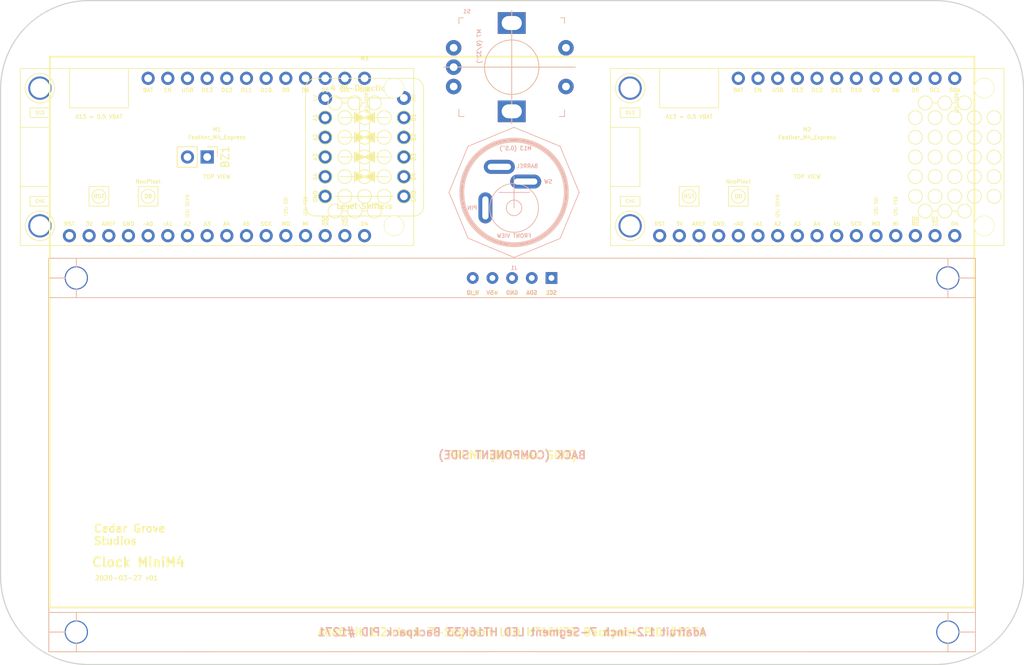
<source format=kicad_pcb>
(kicad_pcb (version 20171130) (host pcbnew "(5.0.0-rc2-dev-444-g2974a2c10)")

  (general
    (thickness 1.6)
    (drawings 15)
    (tracks 0)
    (zones 0)
    (modules 7)
    (nets 12)
  )

  (page USLetter)
  (title_block
    (title Clock_MiniM4)
    (date 2020-03-28)
    (rev v01)
    (company "Cedar Grove Studios")
  )

  (layers
    (0 F.Cu signal)
    (31 B.Cu signal)
    (32 B.Adhes user hide)
    (33 F.Adhes user hide)
    (34 B.Paste user hide)
    (35 F.Paste user hide)
    (36 B.SilkS user)
    (37 F.SilkS user)
    (38 B.Mask user)
    (39 F.Mask user)
    (40 Dwgs.User user)
    (41 Cmts.User user)
    (42 Eco1.User user hide)
    (43 Eco2.User user hide)
    (44 Edge.Cuts user)
    (45 Margin user hide)
    (46 B.CrtYd user)
    (47 F.CrtYd user)
    (48 B.Fab user hide)
    (49 F.Fab user)
  )

  (setup
    (last_trace_width 0.1524)
    (trace_clearance 0.1524)
    (zone_clearance 0.254)
    (zone_45_only no)
    (trace_min 0.1524)
    (segment_width 0.1)
    (edge_width 0.1)
    (via_size 0.6858)
    (via_drill 0.3302)
    (via_min_size 0.6858)
    (via_min_drill 0.3302)
    (uvia_size 0.6858)
    (uvia_drill 0.3302)
    (uvias_allowed no)
    (uvia_min_size 0.6858)
    (uvia_min_drill 0.3302)
    (pcb_text_width 0.3)
    (pcb_text_size 1.5 1.5)
    (mod_edge_width 0.15)
    (mod_text_size 1 1)
    (mod_text_width 0.15)
    (pad_size 1.5 1.5)
    (pad_drill 0.6)
    (pad_to_mask_clearance 0.0508)
    (aux_axis_origin 0 0)
    (visible_elements 7FFFFFFF)
    (pcbplotparams
      (layerselection 0x010fc_ffffffff)
      (usegerberextensions true)
      (usegerberattributes false)
      (usegerberadvancedattributes false)
      (creategerberjobfile false)
      (excludeedgelayer true)
      (linewidth 0.078740)
      (plotframeref false)
      (viasonmask false)
      (mode 1)
      (useauxorigin false)
      (hpglpennumber 1)
      (hpglpenspeed 20)
      (hpglpendiameter 0)
      (psnegative false)
      (psa4output false)
      (plotreference true)
      (plotvalue true)
      (plotinvisibletext false)
      (padsonsilk false)
      (subtractmaskfromsilk false)
      (outputformat 1)
      (mirror false)
      (drillshape 0)
      (scaleselection 1)
      (outputdirectory Stemma_Host_FeatherWing-gerbers/))
  )

  (net 0 "")
  (net 1 GND)
  (net 2 /SCL)
  (net 3 /SDA)
  (net 4 +3V3)
  (net 5 /D13-LED)
  (net 6 /D9)
  (net 7 /D6)
  (net 8 /D5)
  (net 9 /USB)
  (net 10 /5V_SCL)
  (net 11 /5V_SDA)

  (net_class Default "This is the default net class."
    (clearance 0.1524)
    (trace_width 0.1524)
    (via_dia 0.6858)
    (via_drill 0.3302)
    (uvia_dia 0.6858)
    (uvia_drill 0.3302)
    (diff_pair_gap 0.1524)
    (diff_pair_width 0.1524)
    (add_net /5V_SCL)
    (add_net /5V_SDA)
    (add_net /D13-LED)
    (add_net /D5)
    (add_net /D6)
    (add_net /D9)
    (add_net /SCL)
    (add_net /SDA)
    (add_net /USB)
  )

  (net_class Power ""
    (clearance 0.254)
    (trace_width 0.254)
    (via_dia 1.016)
    (via_drill 0.508)
    (uvia_dia 0.6858)
    (uvia_drill 0.3302)
    (diff_pair_gap 0.1524)
    (diff_pair_width 0.1524)
    (add_net +3V3)
    (add_net GND)
  )

  (module digikey-footprints:Rotary_Encoder_Switched_PEC11R_mntg_hole (layer B.Cu) (tedit 5E7CFB63) (tstamp 5E83EA16)
    (at 147.574 65.024 90)
    (path /5E7DEB41)
    (fp_text reference S1 (at 12.7 -6.096 180) (layer B.SilkS)
      (effects (font (size 0.5 0.5) (thickness 0.1)) (justify mirror))
    )
    (fp_text value PEC11R-4215F-S0024 (at 5.125 -9.725 90) (layer B.Fab)
      (effects (font (size 1 1) (thickness 0.15)) (justify mirror))
    )
    (fp_circle (center 5.487167 -0.3) (end 8.987167 -0.6) (layer F.SilkS) (width 0.1))
    (fp_text user "M7 (9/32\")" (at 8.2 -4.5 90) (layer B.SilkS)
      (effects (font (size 0.5 0.5) (thickness 0.1)) (justify mirror))
    )
    (fp_circle (center 5.5 -0.3) (end 9 -0.6) (layer B.SilkS) (width 0.1))
    (fp_line (start -1.85 -0.3) (end 12.75 -0.3) (layer F.SilkS) (width 0.1))
    (fp_line (start 5.5 -9.05) (end 5.5 7.95) (layer F.SilkS) (width 0.1))
    (fp_line (start -1.8 -0.3) (end 12.8 -0.3) (layer B.SilkS) (width 0.1))
    (fp_line (start 5.5 -9.1) (end 5.5 7.9) (layer B.SilkS) (width 0.1))
    (fp_line (start 11.75 6.4) (end 11.75 -7) (layer B.Fab) (width 0.1))
    (fp_line (start -0.75 6.4) (end -0.75 -7) (layer B.Fab) (width 0.1))
    (fp_line (start -0.75 -7) (end 11.75 -7) (layer B.Fab) (width 0.1))
    (fp_line (start -0.75 6.4) (end 11.75 6.4) (layer B.Fab) (width 0.1))
    (fp_line (start 11.875 6.525) (end 11.875 6.025) (layer B.SilkS) (width 0.1))
    (fp_line (start 11.175 6.525) (end 11.875 6.525) (layer B.SilkS) (width 0.1))
    (fp_line (start 11.875 -7.125) (end 11.075 -7.125) (layer B.SilkS) (width 0.1))
    (fp_line (start 11.875 -6.55) (end 11.875 -7.125) (layer B.SilkS) (width 0.1))
    (fp_line (start -0.875 6.525) (end -0.875 5.85) (layer B.SilkS) (width 0.1))
    (fp_line (start -0.025 6.525) (end -0.875 6.525) (layer B.SilkS) (width 0.1))
    (fp_line (start -0.875 -7.125) (end -0.875 -6.45) (layer B.SilkS) (width 0.1))
    (fp_line (start 0.075 -7.125) (end -0.875 -7.125) (layer B.SilkS) (width 0.1))
    (fp_line (start -1.85 7.95) (end 12.85 7.95) (layer B.CrtYd) (width 0.05))
    (fp_line (start 12.85 7.95) (end 12.85 -9.05) (layer B.CrtYd) (width 0.05))
    (fp_line (start 12.85 -9.05) (end -1.85 -9.05) (layer B.CrtYd) (width 0.05))
    (fp_line (start -1.85 -9.05) (end -1.85 7.95) (layer B.CrtYd) (width 0.05))
    (fp_text user %R (at 5.5 9.7 90) (layer B.Fab)
      (effects (font (size 1 1) (thickness 0.15)) (justify mirror))
    )
    (pad B thru_hole circle (at 8 -7.8 90) (size 2 2) (drill 1) (layers *.Cu *.Mask)
      (net 8 /D5))
    (pad C thru_hole circle (at 5.5 -7.8 90) (size 2 2) (drill 1) (layers *.Cu *.Mask)
      (net 1 GND))
    (pad A thru_hole circle (at 3 -7.8 90) (size 2 2) (drill 1) (layers *.Cu *.Mask)
      (net 7 /D6))
    (pad 2 thru_hole circle (at 8 6.7 90) (size 2 2) (drill 1) (layers *.Cu *.Mask)
      (net 1 GND))
    (pad 1 thru_hole circle (at 3 6.7 90) (size 2 2) (drill 1) (layers *.Cu *.Mask)
      (net 6 /D9))
    (pad 3 thru_hole rect (at 11.2 -0.3 90) (size 2.8 3.6) (drill oval 1.8 2.6) (layers *.Cu *.Mask)
      (net 1 GND))
    (pad 3 thru_hole rect (at -0.2 -0.3 90) (size 2.8 3.6) (drill oval 1.8 2.6) (layers *.Cu *.Mask)
      (net 1 GND))
    (model "C:/Program Files/KiCad/share/kicad/packages3d/Potentiometers.3dshapes/Potentiometer_Bourns_PTV09A-4_Horizontal.stp"
      (offset (xyz 5.5 -0.5 7))
      (scale (xyz 1.1 1.1 1))
      (rotate (xyz 90 0 180))
    )
  )

  (module Adafruit:1.2-inch_7-segment_LED_HT16K33_backpack (layer F.Cu) (tedit 5E7C438D) (tstamp 5E7D1F9D)
    (at 147.32 109.601)
    (path /5E7D119A)
    (fp_text reference U1 (at 0 -3.81) (layer F.Fab)
      (effects (font (size 0.5 0.5) (thickness 0.1)))
    )
    (fp_text value 1.2-inch_7-segment_LED_HT16K33_backpack (at 0 -3.175) (layer F.Fab)
      (effects (font (size 0.5 0.5) (thickness 0.1)))
    )
    (fp_line (start -56.261 -22.86) (end -59.817 -22.86) (layer B.SilkS) (width 0.1))
    (fp_line (start -56.261 -20.32) (end -56.261 -25.4) (layer B.SilkS) (width 0.1))
    (fp_line (start -56.261 22.858262) (end -59.817 22.858262) (layer B.SilkS) (width 0.1))
    (fp_line (start -56.261 25.398262) (end -56.261 20.318262) (layer B.SilkS) (width 0.1))
    (fp_line (start 56.261 25.412156) (end 56.261 20.332156) (layer B.SilkS) (width 0.1))
    (fp_line (start 59.817 22.86) (end 56.261 22.86) (layer B.SilkS) (width 0.1))
    (fp_line (start 56.261 -20.299454) (end 56.261 -25.379454) (layer B.SilkS) (width 0.1))
    (fp_line (start 59.817 -22.86) (end 56.261 -22.86) (layer B.SilkS) (width 0.1))
    (fp_line (start 0 -25.41441) (end 59.817 -25.4) (layer B.SilkS) (width 0.1))
    (fp_line (start -59.817 -25.4) (end 0 -25.41441) (layer B.SilkS) (width 0.1))
    (fp_line (start -59.817 0) (end -59.817 -25.4) (layer B.SilkS) (width 0.1))
    (fp_line (start -59.817 -25.4) (end 0 -25.4) (layer F.SilkS) (width 0.1))
    (fp_line (start 0 -25.4) (end 59.817 -25.4) (layer F.SilkS) (width 0.1))
    (fp_line (start -56.261 -25.4) (end -56.261 -20.32) (layer F.SilkS) (width 0.1))
    (fp_line (start -56.261 -22.86) (end -59.817 -22.86) (layer F.SilkS) (width 0.1))
    (fp_line (start -56.261 20.32) (end -56.261 25.4) (layer F.SilkS) (width 0.1))
    (fp_line (start -56.261 22.86) (end -59.817 22.86) (layer F.SilkS) (width 0.1))
    (fp_line (start 56.261 20.32) (end 56.261 25.4) (layer F.SilkS) (width 0.1))
    (fp_line (start 59.817 22.86) (end 56.261 22.86) (layer F.SilkS) (width 0.1))
    (fp_line (start 56.261 -25.4) (end 56.261 -20.32) (layer F.SilkS) (width 0.1))
    (fp_line (start 59.817 -22.86) (end 56.261 -22.86) (layer F.SilkS) (width 0.1))
    (fp_line (start -59.817 20.32) (end 59.817 20.32) (layer B.SilkS) (width 0.1))
    (fp_line (start -59.817 -20.32) (end 59.817 -20.32) (layer B.SilkS) (width 0.1))
    (fp_line (start -59.817 25.4) (end -59.817 0) (layer B.SilkS) (width 0.1))
    (fp_line (start 59.817 0) (end 59.817 -25.4) (layer B.SilkS) (width 0.1))
    (fp_line (start -59.817 25.4) (end 0 25.38559) (layer B.SilkS) (width 0.1))
    (fp_line (start 59.817 25.38559) (end 59.817 -0.01441) (layer B.SilkS) (width 0.1))
    (fp_line (start 0 25.38559) (end 59.817 25.4) (layer B.SilkS) (width 0.1))
    (fp_text user "Adafruit 1.2-inch 7-Segment LED HT16K33 Backpack PID #1271" (at 0 22.86) (layer B.SilkS)
      (effects (font (size 1 1) (thickness 0.2)) (justify mirror))
    )
    (fp_text user +5V (at -2.54 -20.955) (layer B.SilkS)
      (effects (font (size 0.5 0.5) (thickness 0.1)) (justify mirror))
    )
    (fp_text user GND (at 0 -20.955) (layer B.SilkS)
      (effects (font (size 0.5 0.5) (thickness 0.1)) (justify mirror))
    )
    (fp_text user SDA (at 2.54 -20.955) (layer B.SilkS)
      (effects (font (size 0.5 0.5) (thickness 0.1)) (justify mirror))
    )
    (fp_text user V_IO (at -5.08 -20.955) (layer B.SilkS)
      (effects (font (size 0.5 0.5) (thickness 0.1)) (justify mirror))
    )
    (fp_text user SCL (at 5.08 -20.955) (layer B.SilkS)
      (effects (font (size 0.5 0.5) (thickness 0.1)) (justify mirror))
    )
    (fp_text user "BACK (COMPONENT SIDE)" (at 0 0) (layer B.SilkS)
      (effects (font (size 1 1) (thickness 0.2)) (justify mirror))
    )
    (fp_text user "FRONT (DISPLAY SIDE)" (at 0 0) (layer F.SilkS)
      (effects (font (size 1 1) (thickness 0.2)))
    )
    (fp_text user "Adafruit 1.2-inch 7-Segment LED HT16K33 Backpack PID #1271" (at 0 22.86) (layer F.SilkS)
      (effects (font (size 1 1) (thickness 0.2)))
    )
    (fp_text user V_IO (at -5.08 -20.955) (layer F.SilkS)
      (effects (font (size 0.5 0.5) (thickness 0.1)))
    )
    (fp_text user +5V (at -2.54 -20.955) (layer F.SilkS)
      (effects (font (size 0.5 0.5) (thickness 0.1)))
    )
    (fp_text user SCL (at 5.08 -20.955) (layer F.SilkS)
      (effects (font (size 0.5 0.5) (thickness 0.1)))
    )
    (fp_text user SDA (at 2.54 -20.955) (layer F.SilkS)
      (effects (font (size 0.5 0.5) (thickness 0.1)))
    )
    (fp_text user GND (at 0 -20.955) (layer F.SilkS)
      (effects (font (size 0.5 0.5) (thickness 0.1)))
    )
    (fp_line (start -59.817 20.32) (end 59.817 20.32) (layer F.SilkS) (width 0.1))
    (fp_line (start -59.817 -20.32) (end 59.817 -20.32) (layer F.SilkS) (width 0.1))
    (fp_line (start -59.817 25.4) (end 0 25.4) (layer F.SilkS) (width 0.1))
    (fp_line (start 0 25.4) (end 59.817 25.4) (layer F.SilkS) (width 0.1))
    (fp_line (start -59.817 0) (end -59.817 25.4) (layer F.SilkS) (width 0.1))
    (fp_line (start -59.817 -25.4) (end -59.817 0) (layer F.SilkS) (width 0.1))
    (fp_line (start 59.817 0) (end 59.817 25.4) (layer F.SilkS) (width 0.1))
    (fp_line (start 59.817 -25.4) (end 59.817 0) (layer F.SilkS) (width 0.1))
    (pad "" np_thru_hole circle (at -56.261 -22.86) (size 3 3) (drill 2.7) (layers *.Cu *.Mask))
    (pad "" np_thru_hole circle (at -56.261 22.86) (size 3 3) (drill 2.7) (layers *.Cu *.Mask))
    (pad "" np_thru_hole circle (at 56.261 22.86) (size 3 3) (drill 2.7) (layers *.Cu *.Mask))
    (pad "" np_thru_hole circle (at 56.261 -22.86) (size 3 3) (drill 2.7) (layers *.Cu *.Mask))
    (pad 1 thru_hole rect (at 5.08 -22.86) (size 1.524 1.524) (drill 0.762) (layers *.Cu *.Mask)
      (net 10 /5V_SCL))
    (pad 2 thru_hole circle (at 2.54 -22.86) (size 1.524 1.524) (drill 0.762) (layers *.Cu *.Mask)
      (net 11 /5V_SDA))
    (pad 4 thru_hole circle (at -2.54 -22.86) (size 1.524 1.524) (drill 0.762) (layers *.Cu *.Mask)
      (net 9 /USB))
    (pad 5 thru_hole circle (at -5.08 -22.86) (size 1.524 1.524) (drill 0.762) (layers *.Cu *.Mask)
      (net 9 /USB))
    (pad 3 thru_hole circle (at 0 -22.86) (size 1.524 1.524) (drill 0.762) (layers *.Cu *.Mask)
      (net 1 GND))
    (model "C:/Program Files/KiCad/share/kicad/packages3d/Adafruit_CAD_Parts-master/878 7-segment display backpack/878 7-segment display backpack.step"
      (at (xyz 0 0 0))
      (scale (xyz 2.4 1.94 2))
      (rotate (xyz 0 0 0))
    )
  )

  (module Socket_Strips:Socket_Strip_Straight_1x02_Pitch2.54mm (layer F.Cu) (tedit 58CD5446) (tstamp 5E7D1E46)
    (at 107.95 71.12 270)
    (descr "Through hole straight socket strip, 1x02, 2.54mm pitch, single row")
    (tags "Through hole socket strip THT 1x02 2.54mm single row")
    (path /5E7D72C2)
    (fp_text reference BZ1 (at 0 -2.33 270) (layer F.SilkS)
      (effects (font (size 1 1) (thickness 0.15)))
    )
    (fp_text value PIEZO_SPEAKER (at 0 4.87 270) (layer F.Fab)
      (effects (font (size 1 1) (thickness 0.15)))
    )
    (fp_text user %R (at 0 -2.33 270) (layer F.Fab)
      (effects (font (size 1 1) (thickness 0.15)))
    )
    (fp_line (start 1.8 -1.8) (end -1.8 -1.8) (layer F.CrtYd) (width 0.05))
    (fp_line (start 1.8 4.35) (end 1.8 -1.8) (layer F.CrtYd) (width 0.05))
    (fp_line (start -1.8 4.35) (end 1.8 4.35) (layer F.CrtYd) (width 0.05))
    (fp_line (start -1.8 -1.8) (end -1.8 4.35) (layer F.CrtYd) (width 0.05))
    (fp_line (start -1.33 -1.33) (end 0 -1.33) (layer F.SilkS) (width 0.12))
    (fp_line (start -1.33 0) (end -1.33 -1.33) (layer F.SilkS) (width 0.12))
    (fp_line (start 1.33 1.27) (end -1.33 1.27) (layer F.SilkS) (width 0.12))
    (fp_line (start 1.33 3.87) (end 1.33 1.27) (layer F.SilkS) (width 0.12))
    (fp_line (start -1.33 3.87) (end 1.33 3.87) (layer F.SilkS) (width 0.12))
    (fp_line (start -1.33 1.27) (end -1.33 3.87) (layer F.SilkS) (width 0.12))
    (fp_line (start 1.27 -1.27) (end -1.27 -1.27) (layer F.Fab) (width 0.1))
    (fp_line (start 1.27 3.81) (end 1.27 -1.27) (layer F.Fab) (width 0.1))
    (fp_line (start -1.27 3.81) (end 1.27 3.81) (layer F.Fab) (width 0.1))
    (fp_line (start -1.27 -1.27) (end -1.27 3.81) (layer F.Fab) (width 0.1))
    (pad 2 thru_hole oval (at 0 2.54 270) (size 1.7 1.7) (drill 1) (layers *.Cu *.Mask)
      (net 1 GND))
    (pad 1 thru_hole rect (at 0 0 270) (size 1.7 1.7) (drill 1) (layers *.Cu *.Mask)
      (net 5 /D13-LED))
    (model ${KISYS3DMOD}/Socket_Strips.3dshapes/Socket_Strip_Straight_1x02_Pitch2.54mm.wrl
      (offset (xyz 0 -1.269999980926514 0))
      (scale (xyz 1 1 1))
      (rotate (xyz 0 0 270))
    )
  )

  (module Adafruit:Adafruit_Feather_M4_Express (layer F.Cu) (tedit 5D017968) (tstamp 5E7D73E0)
    (at 109.22 71.12)
    (path /5DDD766A)
    (fp_text reference M1 (at 0 -3.556) (layer F.SilkS)
      (effects (font (size 0.5 0.5) (thickness 0.1)))
    )
    (fp_text value Feather_M4_Express (at 0 -2.54) (layer F.SilkS)
      (effects (font (size 0.5 0.5) (thickness 0.1)))
    )
    (fp_text user "A13 = 0.5 VBAT" (at -15.24 -5.207) (layer F.SilkS)
      (effects (font (size 0.5 0.5) (thickness 0.1)))
    )
    (fp_text user "TOP VIEW" (at 0 2.54) (layer F.SilkS)
      (effects (font (size 0.5 0.5) (thickness 0.1)))
    )
    (fp_line (start 18.796 6.985) (end 19.304 6.985) (layer F.SilkS) (width 0.1))
    (fp_line (start 16.256 6.985) (end 16.764 6.985) (layer F.SilkS) (width 0.1))
    (fp_line (start 18.796 -6.985) (end 19.304 -6.985) (layer F.SilkS) (width 0.1))
    (fp_line (start 16.256 -6.985) (end 16.764 -6.985) (layer F.SilkS) (width 0.1))
    (fp_text user NeoPixel (at -8.89 3.175) (layer F.SilkS)
      (effects (font (size 0.5 0.5) (thickness 0.1)))
    )
    (fp_circle (center 19.05 5.08) (end 19.685 5.715) (layer F.SilkS) (width 0.1))
    (fp_circle (center 21.59 5.08) (end 22.225 5.715) (layer F.SilkS) (width 0.1))
    (fp_circle (center 16.51 5.08) (end 17.145 5.715) (layer F.SilkS) (width 0.1))
    (fp_circle (center 13.97 5.08) (end 14.605 5.715) (layer F.SilkS) (width 0.1))
    (fp_circle (center 24.13 5.08) (end 24.765 5.715) (layer F.SilkS) (width 0.1))
    (fp_circle (center 21.59 2.54) (end 22.225 3.175) (layer F.SilkS) (width 0.1))
    (fp_circle (center 19.05 2.54) (end 19.685 3.175) (layer F.SilkS) (width 0.1))
    (fp_circle (center 16.51 2.54) (end 17.145 3.175) (layer F.SilkS) (width 0.1))
    (fp_circle (center 13.97 2.54) (end 14.605 3.175) (layer F.SilkS) (width 0.1))
    (fp_circle (center 16.51 0) (end 17.145 0.635) (layer F.SilkS) (width 0.1))
    (fp_circle (center 24.13 2.54) (end 24.765 3.175) (layer F.SilkS) (width 0.1))
    (fp_circle (center 13.97 0) (end 14.605 0.635) (layer F.SilkS) (width 0.1))
    (fp_circle (center 19.05 0) (end 19.685 0.635) (layer F.SilkS) (width 0.1))
    (fp_circle (center 21.59 0) (end 22.225 0.635) (layer F.SilkS) (width 0.1))
    (fp_circle (center 24.13 0) (end 24.765 0.635) (layer F.SilkS) (width 0.1))
    (fp_circle (center 16.51 -2.54) (end 17.145 -1.905) (layer F.SilkS) (width 0.1))
    (fp_circle (center 13.97 -2.54) (end 14.605 -1.905) (layer F.SilkS) (width 0.1))
    (fp_circle (center 19.05 -2.54) (end 19.685 -1.905) (layer F.SilkS) (width 0.1))
    (fp_circle (center 21.59 -2.54) (end 22.225 -1.905) (layer F.SilkS) (width 0.1))
    (fp_circle (center 24.13 -2.54) (end 24.765 -1.905) (layer F.SilkS) (width 0.1))
    (fp_circle (center 13.97 -5.08) (end 14.605 -4.445) (layer F.SilkS) (width 0.1))
    (fp_circle (center 16.51 -5.08) (end 17.145 -4.445) (layer F.SilkS) (width 0.1))
    (fp_circle (center 21.59 -5.08) (end 22.225 -4.445) (layer F.SilkS) (width 0.1))
    (fp_circle (center 19.05 -5.08) (end 19.685 -4.445) (layer F.SilkS) (width 0.1))
    (fp_circle (center 24.13 -5.08) (end 24.765 -4.445) (layer F.SilkS) (width 0.1))
    (fp_circle (center 20.32 6.985) (end 20.955 7.62) (layer F.SilkS) (width 0.1))
    (fp_circle (center 15.24 6.985) (end 15.875 7.62) (layer F.SilkS) (width 0.1))
    (fp_circle (center 17.78 6.985) (end 18.415 7.62) (layer F.SilkS) (width 0.1))
    (fp_circle (center 20.32 -6.985) (end 20.955 -6.35) (layer F.SilkS) (width 0.1))
    (fp_circle (center 17.78 -6.985) (end 18.415 -6.35) (layer F.SilkS) (width 0.1))
    (fp_circle (center 15.24 -6.985) (end 15.875 -6.35) (layer F.SilkS) (width 0.1))
    (fp_text user D8 (at -8.89 5.08) (layer F.SilkS)
      (effects (font (size 0.5 0.5) (thickness 0.1)))
    )
    (fp_text user RST (at -15.24 5.08) (layer F.SilkS)
      (effects (font (size 0.5 0.5) (thickness 0.1)))
    )
    (fp_line (start -10.16 3.81) (end -10.16 6.35) (layer F.SilkS) (width 0.1))
    (fp_circle (center -8.89 5.08) (end -8.255 5.715) (layer F.SilkS) (width 0.1))
    (fp_line (start -7.62 3.81) (end -10.16 3.81) (layer F.SilkS) (width 0.1))
    (fp_line (start -10.16 6.35) (end -7.62 6.35) (layer F.SilkS) (width 0.1))
    (fp_line (start -7.62 6.35) (end -7.62 3.81) (layer F.SilkS) (width 0.1))
    (fp_line (start -24.13 6.35) (end -24.13 5.08) (layer F.SilkS) (width 0.1))
    (fp_line (start -21.59 6.35) (end -24.13 6.35) (layer F.SilkS) (width 0.1))
    (fp_line (start -24.13 5.08) (end -21.59 5.08) (layer F.SilkS) (width 0.1))
    (fp_line (start -21.59 5.08) (end -21.59 6.35) (layer F.SilkS) (width 0.1))
    (fp_text user CHG (at -22.86 5.715) (layer F.SilkS)
      (effects (font (size 0.4 0.4) (thickness 0.08)))
    )
    (fp_text user D13 (at -22.86 -5.715) (layer F.SilkS)
      (effects (font (size 0.4 0.4) (thickness 0.08)))
    )
    (fp_line (start -24.13 -5.08) (end -24.13 -6.35) (layer F.SilkS) (width 0.1))
    (fp_line (start -21.59 -5.08) (end -24.13 -5.08) (layer F.SilkS) (width 0.1))
    (fp_line (start -21.59 -6.35) (end -21.59 -5.08) (layer F.SilkS) (width 0.1))
    (fp_line (start -24.13 -6.35) (end -21.59 -6.35) (layer F.SilkS) (width 0.1))
    (fp_text user D1 (at 16.51 8.001) (layer F.SilkS)
      (effects (font (size 0.5 0.5) (thickness 0.1)))
    )
    (fp_text user D0 (at 13.97 8.001) (layer F.SilkS)
      (effects (font (size 0.5 0.5) (thickness 0.1)))
    )
    (fp_line (start -25.4 -11.43) (end 25.4 -11.43) (layer F.SilkS) (width 0.1))
    (fp_line (start 25.4 -11.43) (end 25.4 11.43) (layer F.SilkS) (width 0.1))
    (fp_line (start 25.4 11.43) (end -25.4 11.43) (layer F.SilkS) (width 0.1))
    (fp_line (start -25.4 11.43) (end -25.4 -11.43) (layer F.SilkS) (width 0.1))
    (fp_circle (center 22.86 -8.89) (end 24.13 -8.89) (layer F.SilkS) (width 0.1))
    (fp_circle (center 22.86 8.89) (end 24.13 8.89) (layer F.SilkS) (width 0.1))
    (fp_circle (center -22.86 8.89) (end -20.955 8.89) (layer F.SilkS) (width 0.1))
    (fp_circle (center -22.86 -8.89) (end -20.955 -8.89) (layer F.SilkS) (width 0.1))
    (fp_text user RST (at -19.05 8.636) (layer F.SilkS)
      (effects (font (size 0.5 0.5) (thickness 0.1)))
    )
    (fp_text user 3V (at -16.51 8.636) (layer F.SilkS)
      (effects (font (size 0.5 0.5) (thickness 0.1)))
    )
    (fp_text user AREF (at -13.97 8.636) (layer F.SilkS)
      (effects (font (size 0.5 0.5) (thickness 0.1)))
    )
    (fp_text user GND (at -11.43 8.636) (layer F.SilkS)
      (effects (font (size 0.5 0.5) (thickness 0.1)))
    )
    (fp_text user ~~A0 (at -8.89 8.636) (layer F.SilkS)
      (effects (font (size 0.5 0.5) (thickness 0.1)))
    )
    (fp_text user ~~A1 (at -6.35 8.636) (layer F.SilkS)
      (effects (font (size 0.5 0.5) (thickness 0.1)))
    )
    (fp_text user A2 (at -3.81 8.636) (layer F.SilkS)
      (effects (font (size 0.5 0.5) (thickness 0.1)))
    )
    (fp_text user A4 (at 1.27 8.636) (layer F.SilkS)
      (effects (font (size 0.5 0.5) (thickness 0.1)))
    )
    (fp_text user A5 (at 3.81 8.636) (layer F.SilkS)
      (effects (font (size 0.5 0.5) (thickness 0.1)))
    )
    (fp_text user A3 (at -1.27 8.636) (layer F.SilkS)
      (effects (font (size 0.5 0.5) (thickness 0.1)))
    )
    (fp_text user SCK (at 6.35 8.636) (layer F.SilkS)
      (effects (font (size 0.5 0.5) (thickness 0.1)))
    )
    (fp_text user MI (at 11.43 8.636) (layer F.SilkS)
      (effects (font (size 0.5 0.5) (thickness 0.1)))
    )
    (fp_text user MO (at 8.89 8.636) (layer F.SilkS)
      (effects (font (size 0.5 0.5) (thickness 0.1)))
    )
    (fp_text user RX (at 13.97 8.636) (layer F.SilkS)
      (effects (font (size 0.5 0.5) (thickness 0.1)))
    )
    (fp_text user D13 (at -1.27 -8.636) (layer F.SilkS)
      (effects (font (size 0.5 0.5) (thickness 0.1)))
    )
    (fp_text user D11 (at 3.81 -8.636) (layer F.SilkS)
      (effects (font (size 0.5 0.5) (thickness 0.1)))
    )
    (fp_text user D10 (at 6.35 -8.636) (layer F.SilkS)
      (effects (font (size 0.5 0.5) (thickness 0.1)))
    )
    (fp_text user EN (at -6.35 -8.636) (layer F.SilkS)
      (effects (font (size 0.5 0.5) (thickness 0.1)))
    )
    (fp_text user USB (at -3.81 -8.636) (layer F.SilkS)
      (effects (font (size 0.5 0.5) (thickness 0.1)))
    )
    (fp_text user D12 (at 1.27 -8.636) (layer F.SilkS)
      (effects (font (size 0.5 0.5) (thickness 0.1)))
    )
    (fp_text user BAT (at -8.89 -8.636) (layer F.SilkS)
      (effects (font (size 0.5 0.5) (thickness 0.1)))
    )
    (fp_text user SDA (at 19.05 -8.636) (layer F.SilkS)
      (effects (font (size 0.5 0.5) (thickness 0.1)))
    )
    (fp_text user SCL (at 16.51 -8.636) (layer F.SilkS)
      (effects (font (size 0.5 0.5) (thickness 0.1)))
    )
    (fp_text user D6 (at 11.43 -8.636) (layer F.SilkS)
      (effects (font (size 0.5 0.5) (thickness 0.1)))
    )
    (fp_text user D9 (at 8.89 -8.636) (layer F.SilkS)
      (effects (font (size 0.5 0.5) (thickness 0.1)))
    )
    (fp_text user D5 (at 13.97 -8.636) (layer F.SilkS)
      (effects (font (size 0.5 0.5) (thickness 0.1)))
    )
    (fp_text user TX (at 16.51 8.636) (layer F.SilkS)
      (effects (font (size 0.5 0.5) (thickness 0.1)))
    )
    (fp_text user D4 (at 19.05 8.636) (layer F.SilkS)
      (effects (font (size 0.5 0.5) (thickness 0.1)))
    )
    (fp_line (start -16.51 3.81) (end -16.51 6.35) (layer F.SilkS) (width 0.1))
    (fp_line (start -16.51 6.35) (end -13.97 6.35) (layer F.SilkS) (width 0.1))
    (fp_line (start -13.97 6.35) (end -13.97 3.81) (layer F.SilkS) (width 0.1))
    (fp_line (start -13.97 3.81) (end -16.51 3.81) (layer F.SilkS) (width 0.1))
    (fp_circle (center -15.24 5.08) (end -14.605 5.715) (layer F.SilkS) (width 0.1))
    (fp_line (start -25.4 -3.81) (end -21.59 -3.81) (layer F.SilkS) (width 0.1))
    (fp_line (start -21.59 -3.81) (end -21.59 3.81) (layer F.SilkS) (width 0.1))
    (fp_line (start -21.59 3.81) (end -25.4 3.81) (layer F.SilkS) (width 0.1))
    (fp_line (start -19.05 -11.43) (end -19.05 -6.35) (layer F.SilkS) (width 0.1))
    (fp_line (start -19.05 -6.35) (end -11.43 -6.35) (layer F.SilkS) (width 0.1))
    (fp_line (start -11.43 -6.35) (end -11.43 -11.43) (layer F.SilkS) (width 0.1))
    (fp_text user "I2S: SCK0" (at -3.81 6.35 90) (layer F.SilkS)
      (effects (font (size 0.4 0.4) (thickness 0.08)))
    )
    (fp_text user "I2S: SDI" (at 8.89 6.35 90) (layer F.SilkS)
      (effects (font (size 0.4 0.4) (thickness 0.08)))
    )
    (fp_text user "I2S: FS0" (at 11.43 6.35 90) (layer F.SilkS)
      (effects (font (size 0.4 0.4) (thickness 0.08)))
    )
    (fp_text user "I2S: SD0" (at 19.304 -6.985 90) (layer F.SilkS)
      (effects (font (size 0.4 0.4) (thickness 0.08)))
    )
    (fp_line (start -25.4 11.43) (end -25.4 -11.43) (layer B.Fab) (width 0.1))
    (fp_line (start -25.4 -11.43) (end 25.4 -11.43) (layer B.Fab) (width 0.1))
    (fp_line (start 25.4 -11.43) (end 25.4 11.43) (layer B.Fab) (width 0.1))
    (fp_line (start 25.4 11.43) (end -25.4 11.43) (layer B.Fab) (width 0.1))
    (fp_text user "BOTTOM VIEW" (at 0 3.429) (layer B.Fab)
      (effects (font (size 0.5 0.5) (thickness 0.1)) (justify mirror))
    )
    (fp_text user D1 (at 16.501889 8.03625) (layer B.Fab)
      (effects (font (size 0.5 0.5) (thickness 0.1)) (justify mirror))
    )
    (fp_text user D0 (at 13.961889 8.03625) (layer B.Fab)
      (effects (font (size 0.5 0.5) (thickness 0.1)) (justify mirror))
    )
    (fp_text user RST (at -19.058111 8.67125) (layer B.Fab)
      (effects (font (size 0.5 0.5) (thickness 0.1)) (justify mirror))
    )
    (fp_text user 3V (at -16.518111 8.67125) (layer B.Fab)
      (effects (font (size 0.5 0.5) (thickness 0.1)) (justify mirror))
    )
    (fp_text user AREF (at -13.978111 8.67125) (layer B.Fab)
      (effects (font (size 0.5 0.5) (thickness 0.1)) (justify mirror))
    )
    (fp_text user GND (at -11.438111 8.67125) (layer B.Fab)
      (effects (font (size 0.5 0.5) (thickness 0.1)) (justify mirror))
    )
    (fp_text user ~~A0 (at -8.898111 8.67125) (layer B.Fab)
      (effects (font (size 0.5 0.5) (thickness 0.1)) (justify mirror))
    )
    (fp_text user D10 (at 6.341889 -8.60075) (layer B.Fab)
      (effects (font (size 0.5 0.5) (thickness 0.1)) (justify mirror))
    )
    (fp_text user "I2S: SDI" (at 8.881889 6.51225 -90) (layer B.Fab)
      (effects (font (size 0.4 0.4) (thickness 0.08)) (justify mirror))
    )
    (fp_text user MO (at 8.881889 8.67125) (layer B.Fab)
      (effects (font (size 0.5 0.5) (thickness 0.1)) (justify mirror))
    )
    (fp_text user D9 (at 8.881889 -8.60075) (layer B.Fab)
      (effects (font (size 0.5 0.5) (thickness 0.1)) (justify mirror))
    )
    (fp_text user SCL (at 16.501889 -8.60075) (layer B.Fab)
      (effects (font (size 0.5 0.5) (thickness 0.1)) (justify mirror))
    )
    (fp_text user MI (at 11.421889 8.67125) (layer B.Fab)
      (effects (font (size 0.5 0.5) (thickness 0.1)) (justify mirror))
    )
    (fp_text user D6 (at 11.421889 -8.60075) (layer B.Fab)
      (effects (font (size 0.5 0.5) (thickness 0.1)) (justify mirror))
    )
    (fp_text user BAT (at -8.898111 -8.60075) (layer B.Fab)
      (effects (font (size 0.5 0.5) (thickness 0.1)) (justify mirror))
    )
    (fp_text user D4 (at 19.041889 8.67125) (layer B.Fab)
      (effects (font (size 0.5 0.5) (thickness 0.1)) (justify mirror))
    )
    (fp_text user SCK (at 6.341889 8.67125) (layer B.Fab)
      (effects (font (size 0.5 0.5) (thickness 0.1)) (justify mirror))
    )
    (fp_text user D5 (at 13.961889 -8.60075) (layer B.Fab)
      (effects (font (size 0.5 0.5) (thickness 0.1)) (justify mirror))
    )
    (fp_text user ~~A1 (at -6.358111 8.67125) (layer B.Fab)
      (effects (font (size 0.5 0.5) (thickness 0.1)) (justify mirror))
    )
    (fp_text user "I2S: SCK0" (at -3.818111 6.51225 -90) (layer B.Fab)
      (effects (font (size 0.4 0.4) (thickness 0.08)) (justify mirror))
    )
    (fp_text user A2 (at -3.818111 8.67125) (layer B.Fab)
      (effects (font (size 0.5 0.5) (thickness 0.1)) (justify mirror))
    )
    (fp_text user D11 (at 3.801889 -8.60075) (layer B.Fab)
      (effects (font (size 0.5 0.5) (thickness 0.1)) (justify mirror))
    )
    (fp_text user A3 (at -1.278111 8.67125) (layer B.Fab)
      (effects (font (size 0.5 0.5) (thickness 0.1)) (justify mirror))
    )
    (fp_text user RX (at 13.961889 8.67125) (layer B.Fab)
      (effects (font (size 0.5 0.5) (thickness 0.1)) (justify mirror))
    )
    (fp_text user SDA (at 19.041889 -8.60075) (layer B.Fab)
      (effects (font (size 0.5 0.5) (thickness 0.1)) (justify mirror))
    )
    (fp_text user A5 (at 3.801889 8.67125) (layer B.Fab)
      (effects (font (size 0.5 0.5) (thickness 0.1)) (justify mirror))
    )
    (fp_text user D13 (at -1.278111 -8.60075) (layer B.Fab)
      (effects (font (size 0.5 0.5) (thickness 0.1)) (justify mirror))
    )
    (fp_text user EN (at -6.358111 -8.60075) (layer B.Fab)
      (effects (font (size 0.5 0.5) (thickness 0.1)) (justify mirror))
    )
    (fp_text user USB (at -3.818111 -8.60075) (layer B.Fab)
      (effects (font (size 0.5 0.5) (thickness 0.1)) (justify mirror))
    )
    (fp_text user "I2S: SD0" (at 19.304 -6.858 -90) (layer B.Fab)
      (effects (font (size 0.4 0.4) (thickness 0.08)) (justify mirror))
    )
    (fp_text user "I2S: FS0" (at 11.421889 6.51225 -90) (layer B.Fab)
      (effects (font (size 0.4 0.4) (thickness 0.08)) (justify mirror))
    )
    (fp_text user A4 (at 1.261889 8.67125) (layer B.Fab)
      (effects (font (size 0.5 0.5) (thickness 0.1)) (justify mirror))
    )
    (fp_text user D12 (at 1.261889 -8.60075) (layer B.Fab)
      (effects (font (size 0.5 0.5) (thickness 0.1)) (justify mirror))
    )
    (fp_text user TX (at 16.501889 8.67125) (layer B.Fab)
      (effects (font (size 0.5 0.5) (thickness 0.1)) (justify mirror))
    )
    (fp_line (start -25.4 0) (end 25.4 0) (layer F.Fab) (width 0.1))
    (fp_line (start 0 -11.43) (end 0 11.43) (layer F.Fab) (width 0.1))
    (pad 1 thru_hole circle (at -19.05 10.16) (size 1.7 1.7) (drill 1) (layers *.Cu *.Mask))
    (pad 2 thru_hole circle (at -16.51 10.16) (size 1.7 1.7) (drill 1) (layers *.Cu *.Mask)
      (net 4 +3V3))
    (pad 3 thru_hole circle (at -13.97 10.16) (size 1.7 1.7) (drill 1) (layers *.Cu *.Mask))
    (pad 4 thru_hole circle (at -11.43 10.16) (size 1.7 1.7) (drill 1) (layers *.Cu *.Mask)
      (net 1 GND))
    (pad 5 thru_hole circle (at -8.89 10.16) (size 1.7 1.7) (drill 1) (layers *.Cu *.Mask))
    (pad 6 thru_hole circle (at -6.35 10.16) (size 1.7 1.7) (drill 1) (layers *.Cu *.Mask))
    (pad 7 thru_hole circle (at -3.81 10.16) (size 1.7 1.7) (drill 1) (layers *.Cu *.Mask))
    (pad 8 thru_hole circle (at -1.27 10.16) (size 1.7 1.7) (drill 1) (layers *.Cu *.Mask))
    (pad 9 thru_hole circle (at 1.27 10.16) (size 1.7 1.7) (drill 1) (layers *.Cu *.Mask))
    (pad 10 thru_hole circle (at 3.81 10.16) (size 1.7 1.7) (drill 1) (layers *.Cu *.Mask))
    (pad 11 thru_hole circle (at 6.35 10.16) (size 1.7 1.7) (drill 1) (layers *.Cu *.Mask))
    (pad 12 thru_hole circle (at 8.89 10.16) (size 1.7 1.7) (drill 1) (layers *.Cu *.Mask))
    (pad 13 thru_hole circle (at 11.43 10.16) (size 1.7 1.7) (drill 1) (layers *.Cu *.Mask))
    (pad 14 thru_hole circle (at 13.97 10.16) (size 1.7 1.7) (drill 1) (layers *.Cu *.Mask))
    (pad 15 thru_hole circle (at 16.51 10.16) (size 1.7 1.7) (drill 1) (layers *.Cu *.Mask))
    (pad 16 thru_hole circle (at 19.05 10.16) (size 1.7 1.7) (drill 1) (layers *.Cu *.Mask))
    (pad 17 thru_hole circle (at -8.89 -10.16) (size 1.7 1.7) (drill 1) (layers *.Cu *.Mask))
    (pad 18 thru_hole circle (at -6.35 -10.16) (size 1.7 1.7) (drill 1) (layers *.Cu *.Mask))
    (pad 19 thru_hole circle (at -3.81 -10.16) (size 1.7 1.7) (drill 1) (layers *.Cu *.Mask)
      (net 9 /USB))
    (pad 20 thru_hole circle (at -1.27 -10.16) (size 1.7 1.7) (drill 1) (layers *.Cu *.Mask)
      (net 5 /D13-LED))
    (pad 21 thru_hole circle (at 1.27 -10.16) (size 1.7 1.7) (drill 1) (layers *.Cu *.Mask))
    (pad 22 thru_hole circle (at 3.81 -10.16) (size 1.7 1.7) (drill 1) (layers *.Cu *.Mask))
    (pad 23 thru_hole circle (at 6.35 -10.16) (size 1.7 1.7) (drill 1) (layers *.Cu *.Mask))
    (pad 24 thru_hole circle (at 8.89 -10.16) (size 1.7 1.7) (drill 1) (layers *.Cu *.Mask)
      (net 6 /D9))
    (pad 25 thru_hole circle (at 11.43 -10.16) (size 1.7 1.7) (drill 1) (layers *.Cu *.Mask)
      (net 7 /D6))
    (pad 26 thru_hole circle (at 13.97 -10.16) (size 1.7 1.7) (drill 1) (layers *.Cu *.Mask)
      (net 8 /D5))
    (pad 27 thru_hole circle (at 16.51 -10.16) (size 1.7 1.7) (drill 1) (layers *.Cu *.Mask)
      (net 2 /SCL))
    (pad 28 thru_hole circle (at 19.05 -10.16) (size 1.7 1.7) (drill 1) (layers *.Cu *.Mask)
      (net 3 /SDA))
    (pad "" np_thru_hole circle (at 22.86 -8.89) (size 2.5 2.5) (drill 2.5) (layers *.Cu *.Mask))
    (pad "" np_thru_hole circle (at 22.86 8.89) (size 2.5 2.5) (drill 2.5) (layers *.Cu *.Mask))
    (pad "" thru_hole circle (at -22.86 8.89) (size 3 3) (drill 2.5) (layers *.Cu *.Mask))
    (pad "" thru_hole circle (at -22.86 -8.89) (size 3 3) (drill 2.5) (layers *.Cu *.Mask))
    (model "C:/Program Files/KiCad/share/kicad/packages3d/Adafruit_CAD_Parts-master/3857 Feather M4 Express/3857 Adafruit Feather M4 Express.step"
      (offset (xyz -25.39999961853027 -11.42999982833862 0))
      (scale (xyz 1 1 1))
      (rotate (xyz 0 0 0))
    )
  )

  (module Adafruit:Adafruit_Feather_M4_Express (layer F.Cu) (tedit 5D017968) (tstamp 5E7DBE9C)
    (at 185.42 71.12)
    (path /5E7CCF22)
    (fp_text reference M2 (at 0 -3.556) (layer F.SilkS)
      (effects (font (size 0.5 0.5) (thickness 0.1)))
    )
    (fp_text value Feather_M4_Express (at 0 -2.54) (layer F.SilkS)
      (effects (font (size 0.5 0.5) (thickness 0.1)))
    )
    (fp_text user "A13 = 0.5 VBAT" (at -15.24 -5.207) (layer F.SilkS)
      (effects (font (size 0.5 0.5) (thickness 0.1)))
    )
    (fp_text user "TOP VIEW" (at 0 2.54) (layer F.SilkS)
      (effects (font (size 0.5 0.5) (thickness 0.1)))
    )
    (fp_line (start 18.796 6.985) (end 19.304 6.985) (layer F.SilkS) (width 0.1))
    (fp_line (start 16.256 6.985) (end 16.764 6.985) (layer F.SilkS) (width 0.1))
    (fp_line (start 18.796 -6.985) (end 19.304 -6.985) (layer F.SilkS) (width 0.1))
    (fp_line (start 16.256 -6.985) (end 16.764 -6.985) (layer F.SilkS) (width 0.1))
    (fp_text user NeoPixel (at -8.89 3.175) (layer F.SilkS)
      (effects (font (size 0.5 0.5) (thickness 0.1)))
    )
    (fp_circle (center 19.05 5.08) (end 19.685 5.715) (layer F.SilkS) (width 0.1))
    (fp_circle (center 21.59 5.08) (end 22.225 5.715) (layer F.SilkS) (width 0.1))
    (fp_circle (center 16.51 5.08) (end 17.145 5.715) (layer F.SilkS) (width 0.1))
    (fp_circle (center 13.97 5.08) (end 14.605 5.715) (layer F.SilkS) (width 0.1))
    (fp_circle (center 24.13 5.08) (end 24.765 5.715) (layer F.SilkS) (width 0.1))
    (fp_circle (center 21.59 2.54) (end 22.225 3.175) (layer F.SilkS) (width 0.1))
    (fp_circle (center 19.05 2.54) (end 19.685 3.175) (layer F.SilkS) (width 0.1))
    (fp_circle (center 16.51 2.54) (end 17.145 3.175) (layer F.SilkS) (width 0.1))
    (fp_circle (center 13.97 2.54) (end 14.605 3.175) (layer F.SilkS) (width 0.1))
    (fp_circle (center 16.51 0) (end 17.145 0.635) (layer F.SilkS) (width 0.1))
    (fp_circle (center 24.13 2.54) (end 24.765 3.175) (layer F.SilkS) (width 0.1))
    (fp_circle (center 13.97 0) (end 14.605 0.635) (layer F.SilkS) (width 0.1))
    (fp_circle (center 19.05 0) (end 19.685 0.635) (layer F.SilkS) (width 0.1))
    (fp_circle (center 21.59 0) (end 22.225 0.635) (layer F.SilkS) (width 0.1))
    (fp_circle (center 24.13 0) (end 24.765 0.635) (layer F.SilkS) (width 0.1))
    (fp_circle (center 16.51 -2.54) (end 17.145 -1.905) (layer F.SilkS) (width 0.1))
    (fp_circle (center 13.97 -2.54) (end 14.605 -1.905) (layer F.SilkS) (width 0.1))
    (fp_circle (center 19.05 -2.54) (end 19.685 -1.905) (layer F.SilkS) (width 0.1))
    (fp_circle (center 21.59 -2.54) (end 22.225 -1.905) (layer F.SilkS) (width 0.1))
    (fp_circle (center 24.13 -2.54) (end 24.765 -1.905) (layer F.SilkS) (width 0.1))
    (fp_circle (center 13.97 -5.08) (end 14.605 -4.445) (layer F.SilkS) (width 0.1))
    (fp_circle (center 16.51 -5.08) (end 17.145 -4.445) (layer F.SilkS) (width 0.1))
    (fp_circle (center 21.59 -5.08) (end 22.225 -4.445) (layer F.SilkS) (width 0.1))
    (fp_circle (center 19.05 -5.08) (end 19.685 -4.445) (layer F.SilkS) (width 0.1))
    (fp_circle (center 24.13 -5.08) (end 24.765 -4.445) (layer F.SilkS) (width 0.1))
    (fp_circle (center 20.32 6.985) (end 20.955 7.62) (layer F.SilkS) (width 0.1))
    (fp_circle (center 15.24 6.985) (end 15.875 7.62) (layer F.SilkS) (width 0.1))
    (fp_circle (center 17.78 6.985) (end 18.415 7.62) (layer F.SilkS) (width 0.1))
    (fp_circle (center 20.32 -6.985) (end 20.955 -6.35) (layer F.SilkS) (width 0.1))
    (fp_circle (center 17.78 -6.985) (end 18.415 -6.35) (layer F.SilkS) (width 0.1))
    (fp_circle (center 15.24 -6.985) (end 15.875 -6.35) (layer F.SilkS) (width 0.1))
    (fp_text user D8 (at -8.89 5.08) (layer F.SilkS)
      (effects (font (size 0.5 0.5) (thickness 0.1)))
    )
    (fp_text user RST (at -15.24 5.08) (layer F.SilkS)
      (effects (font (size 0.5 0.5) (thickness 0.1)))
    )
    (fp_line (start -10.16 3.81) (end -10.16 6.35) (layer F.SilkS) (width 0.1))
    (fp_circle (center -8.89 5.08) (end -8.255 5.715) (layer F.SilkS) (width 0.1))
    (fp_line (start -7.62 3.81) (end -10.16 3.81) (layer F.SilkS) (width 0.1))
    (fp_line (start -10.16 6.35) (end -7.62 6.35) (layer F.SilkS) (width 0.1))
    (fp_line (start -7.62 6.35) (end -7.62 3.81) (layer F.SilkS) (width 0.1))
    (fp_line (start -24.13 6.35) (end -24.13 5.08) (layer F.SilkS) (width 0.1))
    (fp_line (start -21.59 6.35) (end -24.13 6.35) (layer F.SilkS) (width 0.1))
    (fp_line (start -24.13 5.08) (end -21.59 5.08) (layer F.SilkS) (width 0.1))
    (fp_line (start -21.59 5.08) (end -21.59 6.35) (layer F.SilkS) (width 0.1))
    (fp_text user CHG (at -22.86 5.715) (layer F.SilkS)
      (effects (font (size 0.4 0.4) (thickness 0.08)))
    )
    (fp_text user D13 (at -22.86 -5.715) (layer F.SilkS)
      (effects (font (size 0.4 0.4) (thickness 0.08)))
    )
    (fp_line (start -24.13 -5.08) (end -24.13 -6.35) (layer F.SilkS) (width 0.1))
    (fp_line (start -21.59 -5.08) (end -24.13 -5.08) (layer F.SilkS) (width 0.1))
    (fp_line (start -21.59 -6.35) (end -21.59 -5.08) (layer F.SilkS) (width 0.1))
    (fp_line (start -24.13 -6.35) (end -21.59 -6.35) (layer F.SilkS) (width 0.1))
    (fp_text user D1 (at 16.51 8.001) (layer F.SilkS)
      (effects (font (size 0.5 0.5) (thickness 0.1)))
    )
    (fp_text user D0 (at 13.97 8.001) (layer F.SilkS)
      (effects (font (size 0.5 0.5) (thickness 0.1)))
    )
    (fp_line (start -25.4 -11.43) (end 25.4 -11.43) (layer F.SilkS) (width 0.1))
    (fp_line (start 25.4 -11.43) (end 25.4 11.43) (layer F.SilkS) (width 0.1))
    (fp_line (start 25.4 11.43) (end -25.4 11.43) (layer F.SilkS) (width 0.1))
    (fp_line (start -25.4 11.43) (end -25.4 -11.43) (layer F.SilkS) (width 0.1))
    (fp_circle (center 22.86 -8.89) (end 24.13 -8.89) (layer F.SilkS) (width 0.1))
    (fp_circle (center 22.86 8.89) (end 24.13 8.89) (layer F.SilkS) (width 0.1))
    (fp_circle (center -22.86 8.89) (end -20.955 8.89) (layer F.SilkS) (width 0.1))
    (fp_circle (center -22.86 -8.89) (end -20.955 -8.89) (layer F.SilkS) (width 0.1))
    (fp_text user RST (at -19.05 8.636) (layer F.SilkS)
      (effects (font (size 0.5 0.5) (thickness 0.1)))
    )
    (fp_text user 3V (at -16.51 8.636) (layer F.SilkS)
      (effects (font (size 0.5 0.5) (thickness 0.1)))
    )
    (fp_text user AREF (at -13.97 8.636) (layer F.SilkS)
      (effects (font (size 0.5 0.5) (thickness 0.1)))
    )
    (fp_text user GND (at -11.43 8.636) (layer F.SilkS)
      (effects (font (size 0.5 0.5) (thickness 0.1)))
    )
    (fp_text user ~~A0 (at -8.89 8.636) (layer F.SilkS)
      (effects (font (size 0.5 0.5) (thickness 0.1)))
    )
    (fp_text user ~~A1 (at -6.35 8.636) (layer F.SilkS)
      (effects (font (size 0.5 0.5) (thickness 0.1)))
    )
    (fp_text user A2 (at -3.81 8.636) (layer F.SilkS)
      (effects (font (size 0.5 0.5) (thickness 0.1)))
    )
    (fp_text user A4 (at 1.27 8.636) (layer F.SilkS)
      (effects (font (size 0.5 0.5) (thickness 0.1)))
    )
    (fp_text user A5 (at 3.81 8.636) (layer F.SilkS)
      (effects (font (size 0.5 0.5) (thickness 0.1)))
    )
    (fp_text user A3 (at -1.27 8.636) (layer F.SilkS)
      (effects (font (size 0.5 0.5) (thickness 0.1)))
    )
    (fp_text user SCK (at 6.35 8.636) (layer F.SilkS)
      (effects (font (size 0.5 0.5) (thickness 0.1)))
    )
    (fp_text user MI (at 11.43 8.636) (layer F.SilkS)
      (effects (font (size 0.5 0.5) (thickness 0.1)))
    )
    (fp_text user MO (at 8.89 8.636) (layer F.SilkS)
      (effects (font (size 0.5 0.5) (thickness 0.1)))
    )
    (fp_text user RX (at 13.97 8.636) (layer F.SilkS)
      (effects (font (size 0.5 0.5) (thickness 0.1)))
    )
    (fp_text user D13 (at -1.27 -8.636) (layer F.SilkS)
      (effects (font (size 0.5 0.5) (thickness 0.1)))
    )
    (fp_text user D11 (at 3.81 -8.636) (layer F.SilkS)
      (effects (font (size 0.5 0.5) (thickness 0.1)))
    )
    (fp_text user D10 (at 6.35 -8.636) (layer F.SilkS)
      (effects (font (size 0.5 0.5) (thickness 0.1)))
    )
    (fp_text user EN (at -6.35 -8.636) (layer F.SilkS)
      (effects (font (size 0.5 0.5) (thickness 0.1)))
    )
    (fp_text user USB (at -3.81 -8.636) (layer F.SilkS)
      (effects (font (size 0.5 0.5) (thickness 0.1)))
    )
    (fp_text user D12 (at 1.27 -8.636) (layer F.SilkS)
      (effects (font (size 0.5 0.5) (thickness 0.1)))
    )
    (fp_text user BAT (at -8.89 -8.636) (layer F.SilkS)
      (effects (font (size 0.5 0.5) (thickness 0.1)))
    )
    (fp_text user SDA (at 19.05 -8.636) (layer F.SilkS)
      (effects (font (size 0.5 0.5) (thickness 0.1)))
    )
    (fp_text user SCL (at 16.51 -8.636) (layer F.SilkS)
      (effects (font (size 0.5 0.5) (thickness 0.1)))
    )
    (fp_text user D6 (at 11.43 -8.636) (layer F.SilkS)
      (effects (font (size 0.5 0.5) (thickness 0.1)))
    )
    (fp_text user D9 (at 8.89 -8.636) (layer F.SilkS)
      (effects (font (size 0.5 0.5) (thickness 0.1)))
    )
    (fp_text user D5 (at 13.97 -8.636) (layer F.SilkS)
      (effects (font (size 0.5 0.5) (thickness 0.1)))
    )
    (fp_text user TX (at 16.51 8.636) (layer F.SilkS)
      (effects (font (size 0.5 0.5) (thickness 0.1)))
    )
    (fp_text user D4 (at 19.05 8.636) (layer F.SilkS)
      (effects (font (size 0.5 0.5) (thickness 0.1)))
    )
    (fp_line (start -16.51 3.81) (end -16.51 6.35) (layer F.SilkS) (width 0.1))
    (fp_line (start -16.51 6.35) (end -13.97 6.35) (layer F.SilkS) (width 0.1))
    (fp_line (start -13.97 6.35) (end -13.97 3.81) (layer F.SilkS) (width 0.1))
    (fp_line (start -13.97 3.81) (end -16.51 3.81) (layer F.SilkS) (width 0.1))
    (fp_circle (center -15.24 5.08) (end -14.605 5.715) (layer F.SilkS) (width 0.1))
    (fp_line (start -25.4 -3.81) (end -21.59 -3.81) (layer F.SilkS) (width 0.1))
    (fp_line (start -21.59 -3.81) (end -21.59 3.81) (layer F.SilkS) (width 0.1))
    (fp_line (start -21.59 3.81) (end -25.4 3.81) (layer F.SilkS) (width 0.1))
    (fp_line (start -19.05 -11.43) (end -19.05 -6.35) (layer F.SilkS) (width 0.1))
    (fp_line (start -19.05 -6.35) (end -11.43 -6.35) (layer F.SilkS) (width 0.1))
    (fp_line (start -11.43 -6.35) (end -11.43 -11.43) (layer F.SilkS) (width 0.1))
    (fp_text user "I2S: SCK0" (at -3.81 6.35 90) (layer F.SilkS)
      (effects (font (size 0.4 0.4) (thickness 0.08)))
    )
    (fp_text user "I2S: SDI" (at 8.89 6.35 90) (layer F.SilkS)
      (effects (font (size 0.4 0.4) (thickness 0.08)))
    )
    (fp_text user "I2S: FS0" (at 11.43 6.35 90) (layer F.SilkS)
      (effects (font (size 0.4 0.4) (thickness 0.08)))
    )
    (fp_text user "I2S: SD0" (at 19.304 -6.985 90) (layer F.SilkS)
      (effects (font (size 0.4 0.4) (thickness 0.08)))
    )
    (fp_line (start -25.4 11.43) (end -25.4 -11.43) (layer B.Fab) (width 0.1))
    (fp_line (start -25.4 -11.43) (end 25.4 -11.43) (layer B.Fab) (width 0.1))
    (fp_line (start 25.4 -11.43) (end 25.4 11.43) (layer B.Fab) (width 0.1))
    (fp_line (start 25.4 11.43) (end -25.4 11.43) (layer B.Fab) (width 0.1))
    (fp_text user "BOTTOM VIEW" (at 0 3.429) (layer B.Fab)
      (effects (font (size 0.5 0.5) (thickness 0.1)) (justify mirror))
    )
    (fp_text user D1 (at 16.501889 8.03625) (layer B.Fab)
      (effects (font (size 0.5 0.5) (thickness 0.1)) (justify mirror))
    )
    (fp_text user D0 (at 13.961889 8.03625) (layer B.Fab)
      (effects (font (size 0.5 0.5) (thickness 0.1)) (justify mirror))
    )
    (fp_text user RST (at -19.058111 8.67125) (layer B.Fab)
      (effects (font (size 0.5 0.5) (thickness 0.1)) (justify mirror))
    )
    (fp_text user 3V (at -16.518111 8.67125) (layer B.Fab)
      (effects (font (size 0.5 0.5) (thickness 0.1)) (justify mirror))
    )
    (fp_text user AREF (at -13.978111 8.67125) (layer B.Fab)
      (effects (font (size 0.5 0.5) (thickness 0.1)) (justify mirror))
    )
    (fp_text user GND (at -11.438111 8.67125) (layer B.Fab)
      (effects (font (size 0.5 0.5) (thickness 0.1)) (justify mirror))
    )
    (fp_text user ~~A0 (at -8.898111 8.67125) (layer B.Fab)
      (effects (font (size 0.5 0.5) (thickness 0.1)) (justify mirror))
    )
    (fp_text user D10 (at 6.341889 -8.60075) (layer B.Fab)
      (effects (font (size 0.5 0.5) (thickness 0.1)) (justify mirror))
    )
    (fp_text user "I2S: SDI" (at 8.881889 6.51225 -90) (layer B.Fab)
      (effects (font (size 0.4 0.4) (thickness 0.08)) (justify mirror))
    )
    (fp_text user MO (at 8.881889 8.67125) (layer B.Fab)
      (effects (font (size 0.5 0.5) (thickness 0.1)) (justify mirror))
    )
    (fp_text user D9 (at 8.881889 -8.60075) (layer B.Fab)
      (effects (font (size 0.5 0.5) (thickness 0.1)) (justify mirror))
    )
    (fp_text user SCL (at 16.501889 -8.60075) (layer B.Fab)
      (effects (font (size 0.5 0.5) (thickness 0.1)) (justify mirror))
    )
    (fp_text user MI (at 11.421889 8.67125) (layer B.Fab)
      (effects (font (size 0.5 0.5) (thickness 0.1)) (justify mirror))
    )
    (fp_text user D6 (at 11.421889 -8.60075) (layer B.Fab)
      (effects (font (size 0.5 0.5) (thickness 0.1)) (justify mirror))
    )
    (fp_text user BAT (at -8.898111 -8.60075) (layer B.Fab)
      (effects (font (size 0.5 0.5) (thickness 0.1)) (justify mirror))
    )
    (fp_text user D4 (at 19.041889 8.67125) (layer B.Fab)
      (effects (font (size 0.5 0.5) (thickness 0.1)) (justify mirror))
    )
    (fp_text user SCK (at 6.341889 8.67125) (layer B.Fab)
      (effects (font (size 0.5 0.5) (thickness 0.1)) (justify mirror))
    )
    (fp_text user D5 (at 13.961889 -8.60075) (layer B.Fab)
      (effects (font (size 0.5 0.5) (thickness 0.1)) (justify mirror))
    )
    (fp_text user ~~A1 (at -6.358111 8.67125) (layer B.Fab)
      (effects (font (size 0.5 0.5) (thickness 0.1)) (justify mirror))
    )
    (fp_text user "I2S: SCK0" (at -3.818111 6.51225 -90) (layer B.Fab)
      (effects (font (size 0.4 0.4) (thickness 0.08)) (justify mirror))
    )
    (fp_text user A2 (at -3.818111 8.67125) (layer B.Fab)
      (effects (font (size 0.5 0.5) (thickness 0.1)) (justify mirror))
    )
    (fp_text user D11 (at 3.801889 -8.60075) (layer B.Fab)
      (effects (font (size 0.5 0.5) (thickness 0.1)) (justify mirror))
    )
    (fp_text user A3 (at -1.278111 8.67125) (layer B.Fab)
      (effects (font (size 0.5 0.5) (thickness 0.1)) (justify mirror))
    )
    (fp_text user RX (at 13.961889 8.67125) (layer B.Fab)
      (effects (font (size 0.5 0.5) (thickness 0.1)) (justify mirror))
    )
    (fp_text user SDA (at 19.041889 -8.60075) (layer B.Fab)
      (effects (font (size 0.5 0.5) (thickness 0.1)) (justify mirror))
    )
    (fp_text user A5 (at 3.801889 8.67125) (layer B.Fab)
      (effects (font (size 0.5 0.5) (thickness 0.1)) (justify mirror))
    )
    (fp_text user D13 (at -1.278111 -8.60075) (layer B.Fab)
      (effects (font (size 0.5 0.5) (thickness 0.1)) (justify mirror))
    )
    (fp_text user EN (at -6.358111 -8.60075) (layer B.Fab)
      (effects (font (size 0.5 0.5) (thickness 0.1)) (justify mirror))
    )
    (fp_text user USB (at -3.818111 -8.60075) (layer B.Fab)
      (effects (font (size 0.5 0.5) (thickness 0.1)) (justify mirror))
    )
    (fp_text user "I2S: SD0" (at 19.304 -6.858 -90) (layer B.Fab)
      (effects (font (size 0.4 0.4) (thickness 0.08)) (justify mirror))
    )
    (fp_text user "I2S: FS0" (at 11.421889 6.51225 -90) (layer B.Fab)
      (effects (font (size 0.4 0.4) (thickness 0.08)) (justify mirror))
    )
    (fp_text user A4 (at 1.261889 8.67125) (layer B.Fab)
      (effects (font (size 0.5 0.5) (thickness 0.1)) (justify mirror))
    )
    (fp_text user D12 (at 1.261889 -8.60075) (layer B.Fab)
      (effects (font (size 0.5 0.5) (thickness 0.1)) (justify mirror))
    )
    (fp_text user TX (at 16.501889 8.67125) (layer B.Fab)
      (effects (font (size 0.5 0.5) (thickness 0.1)) (justify mirror))
    )
    (fp_line (start -25.4 0) (end 25.4 0) (layer F.Fab) (width 0.1))
    (fp_line (start 0 -11.43) (end 0 11.43) (layer F.Fab) (width 0.1))
    (pad 1 thru_hole circle (at -19.05 10.16) (size 1.7 1.7) (drill 1) (layers *.Cu *.Mask))
    (pad 2 thru_hole circle (at -16.51 10.16) (size 1.7 1.7) (drill 1) (layers *.Cu *.Mask)
      (net 4 +3V3))
    (pad 3 thru_hole circle (at -13.97 10.16) (size 1.7 1.7) (drill 1) (layers *.Cu *.Mask))
    (pad 4 thru_hole circle (at -11.43 10.16) (size 1.7 1.7) (drill 1) (layers *.Cu *.Mask)
      (net 1 GND))
    (pad 5 thru_hole circle (at -8.89 10.16) (size 1.7 1.7) (drill 1) (layers *.Cu *.Mask))
    (pad 6 thru_hole circle (at -6.35 10.16) (size 1.7 1.7) (drill 1) (layers *.Cu *.Mask))
    (pad 7 thru_hole circle (at -3.81 10.16) (size 1.7 1.7) (drill 1) (layers *.Cu *.Mask))
    (pad 8 thru_hole circle (at -1.27 10.16) (size 1.7 1.7) (drill 1) (layers *.Cu *.Mask))
    (pad 9 thru_hole circle (at 1.27 10.16) (size 1.7 1.7) (drill 1) (layers *.Cu *.Mask))
    (pad 10 thru_hole circle (at 3.81 10.16) (size 1.7 1.7) (drill 1) (layers *.Cu *.Mask))
    (pad 11 thru_hole circle (at 6.35 10.16) (size 1.7 1.7) (drill 1) (layers *.Cu *.Mask))
    (pad 12 thru_hole circle (at 8.89 10.16) (size 1.7 1.7) (drill 1) (layers *.Cu *.Mask))
    (pad 13 thru_hole circle (at 11.43 10.16) (size 1.7 1.7) (drill 1) (layers *.Cu *.Mask))
    (pad 14 thru_hole circle (at 13.97 10.16) (size 1.7 1.7) (drill 1) (layers *.Cu *.Mask))
    (pad 15 thru_hole circle (at 16.51 10.16) (size 1.7 1.7) (drill 1) (layers *.Cu *.Mask))
    (pad 16 thru_hole circle (at 19.05 10.16) (size 1.7 1.7) (drill 1) (layers *.Cu *.Mask))
    (pad 17 thru_hole circle (at -8.89 -10.16) (size 1.7 1.7) (drill 1) (layers *.Cu *.Mask))
    (pad 18 thru_hole circle (at -6.35 -10.16) (size 1.7 1.7) (drill 1) (layers *.Cu *.Mask))
    (pad 19 thru_hole circle (at -3.81 -10.16) (size 1.7 1.7) (drill 1) (layers *.Cu *.Mask))
    (pad 20 thru_hole circle (at -1.27 -10.16) (size 1.7 1.7) (drill 1) (layers *.Cu *.Mask))
    (pad 21 thru_hole circle (at 1.27 -10.16) (size 1.7 1.7) (drill 1) (layers *.Cu *.Mask))
    (pad 22 thru_hole circle (at 3.81 -10.16) (size 1.7 1.7) (drill 1) (layers *.Cu *.Mask))
    (pad 23 thru_hole circle (at 6.35 -10.16) (size 1.7 1.7) (drill 1) (layers *.Cu *.Mask))
    (pad 24 thru_hole circle (at 8.89 -10.16) (size 1.7 1.7) (drill 1) (layers *.Cu *.Mask))
    (pad 25 thru_hole circle (at 11.43 -10.16) (size 1.7 1.7) (drill 1) (layers *.Cu *.Mask))
    (pad 26 thru_hole circle (at 13.97 -10.16) (size 1.7 1.7) (drill 1) (layers *.Cu *.Mask))
    (pad 27 thru_hole circle (at 16.51 -10.16) (size 1.7 1.7) (drill 1) (layers *.Cu *.Mask)
      (net 2 /SCL))
    (pad 28 thru_hole circle (at 19.05 -10.16) (size 1.7 1.7) (drill 1) (layers *.Cu *.Mask)
      (net 3 /SDA))
    (pad "" np_thru_hole circle (at 22.86 -8.89) (size 2.5 2.5) (drill 2.5) (layers *.Cu *.Mask))
    (pad "" np_thru_hole circle (at 22.86 8.89) (size 2.5 2.5) (drill 2.5) (layers *.Cu *.Mask))
    (pad "" thru_hole circle (at -22.86 8.89) (size 3 3) (drill 2.5) (layers *.Cu *.Mask))
    (pad "" thru_hole circle (at -22.86 -8.89) (size 3 3) (drill 2.5) (layers *.Cu *.Mask))
    (model "C:/Program Files/KiCad/share/kicad/packages3d/Adafruit_CAD_Parts-master/2884 Proto FeatherWing/2884 Proto FeatherWing.step"
      (offset (xyz -25.39999961853027 -11.42999982833862 0))
      (scale (xyz 1 1 1))
      (rotate (xyz 0 0 0))
    )
  )

  (module Adafruit:2.1mm_THT_DC_panel_power_conn_610 (layer B.Cu) (tedit 5E7CF338) (tstamp 5E7D530C)
    (at 147.574 75.692)
    (path /5E7CF0FC)
    (fp_text reference J1 (at 0 9.75) (layer B.SilkS)
      (effects (font (size 0.5 0.5) (thickness 0.1)) (justify mirror))
    )
    (fp_text value 5V_POWER_INPUT (at 0 9) (layer B.Fab)
      (effects (font (size 0.5 0.5) (thickness 0.1)) (justify mirror))
    )
    (fp_circle (center 0 0) (end 6.5 0) (layer B.SilkS) (width 0.1))
    (fp_circle (center 0 0) (end 7 0) (layer B.SilkS) (width 0.1))
    (fp_line (start 8.4 0) (end 5.95 -5.95) (layer B.SilkS) (width 0.1))
    (fp_line (start 5.95 -5.95) (end 0 -8.4) (layer B.SilkS) (width 0.1))
    (fp_line (start 0 -8.4) (end -5.95 -5.95) (layer B.SilkS) (width 0.1))
    (fp_line (start -5.95 -5.95) (end -8.4 0) (layer B.SilkS) (width 0.1))
    (fp_line (start -8.4 0) (end -5.95 5.9) (layer B.SilkS) (width 0.1))
    (fp_line (start -5.95 5.9) (end 0 8.4) (layer B.SilkS) (width 0.1))
    (fp_line (start 0 8.4) (end 5.95 5.95) (layer B.SilkS) (width 0.1))
    (fp_line (start 5.95 5.95) (end 8.4 0) (layer B.SilkS) (width 0.1))
    (fp_line (start 0 2) (end 0 -2) (layer B.SilkS) (width 0.1))
    (fp_line (start -2 0) (end 2 0) (layer B.SilkS) (width 0.1))
    (fp_text user "M13 (0.5\")" (at 0.2 -5.7) (layer B.SilkS)
      (effects (font (size 0.5 0.5) (thickness 0.1)) (justify mirror))
    )
    (fp_circle (center 0 0) (end 6.75 0) (layer B.SilkS) (width 0.3))
    (fp_text user "FRONT VIEW" (at 0 5.6) (layer B.SilkS)
      (effects (font (size 0.5 0.5) (thickness 0.1)) (justify mirror))
    )
    (fp_circle (center 0 2) (end 3.15 2.05) (layer B.SilkS) (width 0.1))
    (fp_circle (center 0 2) (end 1 2.1) (layer B.SilkS) (width 0.1))
    (fp_text user PIN (at -5.4 2) (layer B.SilkS)
      (effects (font (size 0.5 0.5) (thickness 0.1)) (justify mirror))
    )
    (fp_text user BARREL (at 1.7 -3.4) (layer B.SilkS)
      (effects (font (size 0.5 0.5) (thickness 0.1)) (justify mirror))
    )
    (fp_text user SW (at 4.4 -1.4) (layer B.SilkS)
      (effects (font (size 0.5 0.5) (thickness 0.1)) (justify mirror))
    )
    (pad 1 thru_hole oval (at -3.7 2) (size 1.8 4) (drill oval 0.8 3) (layers *.Cu *.Mask)
      (net 9 /USB))
    (pad 3 thru_hole oval (at 1.5 -1.4 270) (size 1.8 4) (drill oval 0.8 3) (layers *.Cu *.Mask Dwgs.User))
    (pad 2 thru_hole oval (at -1.9 -3.3 270) (size 1.8 4) (drill oval 0.8 3) (layers *.Cu *.Mask)
      (net 1 GND))
    (model "C:/Program Files/KiCad/share/kicad/packages3d/Adafruit_CAD_Parts-master/610 DC Jack/610 DC Jack.step"
      (offset (xyz 0 0 12.69999980926514))
      (scale (xyz 1 1 1))
      (rotate (xyz 0 0 90))
    )
  )

  (module Adafruit:4-Bit_Level_Converter_757 (layer F.Cu) (tedit 5E7D9B4A) (tstamp 5E7DC72D)
    (at 128.27 69.85)
    (path /5E7DB7EA)
    (fp_text reference M3 (at 0 -11.43) (layer F.SilkS)
      (effects (font (size 0.5 0.5) (thickness 0.1)))
    )
    (fp_text value 4-Bit_Level_Converter_757 (at 0 -10.16) (layer F.Fab)
      (effects (font (size 0.5 0.5) (thickness 0.1)))
    )
    (fp_line (start -6.35 -8.89) (end 6.35 -8.89) (layer F.SilkS) (width 0.1))
    (fp_line (start 7.62 -7.62) (end 7.62 7.62) (layer F.SilkS) (width 0.1))
    (fp_line (start 6.35 8.89) (end -6.35 8.89) (layer F.SilkS) (width 0.1))
    (fp_line (start -7.62 7.62) (end -7.62 -7.62) (layer F.SilkS) (width 0.1))
    (fp_arc (start 6.35 -7.62) (end 7.62 -7.62) (angle -90) (layer F.SilkS) (width 0.1))
    (fp_arc (start -6.35 -7.62) (end -6.35 -8.89) (angle -90) (layer F.SilkS) (width 0.1))
    (fp_arc (start -6.35 7.62) (end -7.62 7.62) (angle -90) (layer F.SilkS) (width 0.1))
    (fp_arc (start 6.35 7.62) (end 6.35 8.89) (angle -90) (layer F.SilkS) (width 0.1))
    (fp_text user "4 Bi-Directional" (at 0 -7.62) (layer F.SilkS)
      (effects (font (size 0.7 0.7) (thickness 0.14)))
    )
    (fp_text user "Level Shifters" (at 0 7.62) (layer F.SilkS)
      (effects (font (size 0.7 0.7) (thickness 0.14)))
    )
    (fp_text user GND (at -6.35 6.35 90) (layer F.SilkS)
      (effects (font (size 0.5 0.5) (thickness 0.1)))
    )
    (fp_text user GND (at 6.35 6.35 90) (layer F.SilkS)
      (effects (font (size 0.5 0.5) (thickness 0.1)))
    )
    (fp_text user LV (at -6.35 -6.35 90) (layer F.SilkS)
      (effects (font (size 0.5 0.5) (thickness 0.1)))
    )
    (fp_text user A1 (at -6.35 -3.81 90) (layer F.SilkS)
      (effects (font (size 0.5 0.5) (thickness 0.1)))
    )
    (fp_text user A2 (at -6.35 -1.27 90) (layer F.SilkS)
      (effects (font (size 0.5 0.5) (thickness 0.1)))
    )
    (fp_text user A3 (at -6.35 1.27 90) (layer F.SilkS)
      (effects (font (size 0.5 0.5) (thickness 0.1)))
    )
    (fp_text user A4 (at -6.35 3.81 90) (layer F.SilkS)
      (effects (font (size 0.5 0.5) (thickness 0.1)))
    )
    (fp_text user B4 (at 6.35 3.81 90) (layer F.SilkS)
      (effects (font (size 0.5 0.5) (thickness 0.1)))
    )
    (fp_text user B3 (at 6.35 1.27 90) (layer F.SilkS)
      (effects (font (size 0.5 0.5) (thickness 0.1)))
    )
    (fp_text user B2 (at 6.35 -1.27 90) (layer F.SilkS)
      (effects (font (size 0.5 0.5) (thickness 0.1)))
    )
    (fp_text user B1 (at 6.35 -3.81 90) (layer F.SilkS)
      (effects (font (size 0.5 0.5) (thickness 0.1)))
    )
    (fp_text user HV (at 6.35 -6.35 90) (layer F.SilkS)
      (effects (font (size 0.5 0.5) (thickness 0.1)))
    )
    (fp_poly (pts (xy -1.27 -4.445) (xy -1.27 -3.175) (xy 0 -3.81)) (layer F.SilkS) (width 0.15))
    (fp_poly (pts (xy 0 -3.81) (xy 1.27 -4.445) (xy 1.27 -3.175)) (layer F.SilkS) (width 0.15))
    (fp_poly (pts (xy 0 -1.27) (xy 1.27 -1.905) (xy 1.27 -0.635)) (layer F.SilkS) (width 0.15))
    (fp_poly (pts (xy -1.27 -1.905) (xy -1.27 -0.635) (xy 0 -1.27)) (layer F.SilkS) (width 0.15))
    (fp_poly (pts (xy 0 1.27) (xy 1.27 0.635) (xy 1.27 1.905)) (layer F.SilkS) (width 0.15))
    (fp_poly (pts (xy -1.27 0.635) (xy -1.27 1.905) (xy 0 1.27)) (layer F.SilkS) (width 0.15))
    (fp_poly (pts (xy 0 3.81) (xy 1.27 3.175) (xy 1.27 4.445)) (layer F.SilkS) (width 0.15))
    (fp_poly (pts (xy -1.27 3.175) (xy -1.27 4.445) (xy 0 3.81)) (layer F.SilkS) (width 0.15))
    (fp_line (start -3.81 6.35) (end 3.81 6.35) (layer F.SilkS) (width 0.1))
    (fp_line (start -3.81 -6.35) (end -0.635 -6.35) (layer F.SilkS) (width 0.1))
    (fp_line (start -0.635 -6.35) (end -0.635 -4.445) (layer F.SilkS) (width 0.1))
    (fp_line (start 0.635 -4.445) (end 0.635 -6.35) (layer F.SilkS) (width 0.1))
    (fp_line (start 0.635 -6.35) (end 3.81 -6.35) (layer F.SilkS) (width 0.1))
    (fp_line (start -3.175 -3.81) (end 3.175 -3.81) (layer F.SilkS) (width 0.1))
    (fp_line (start -3.175 -1.27) (end 3.175 -1.27) (layer F.SilkS) (width 0.1))
    (fp_line (start -3.175 1.27) (end 3.175 1.27) (layer F.SilkS) (width 0.1))
    (fp_line (start -3.175 3.81) (end 3.175 3.81) (layer F.SilkS) (width 0.1))
    (fp_line (start 0.635 3.175) (end 0.635 1.905) (layer F.SilkS) (width 0.1))
    (fp_line (start 0.635 0.635) (end 0.635 -0.635) (layer F.SilkS) (width 0.1))
    (fp_line (start 0.635 -0.635) (end 0.635 -1.905) (layer F.SilkS) (width 0.1))
    (fp_line (start 0.635 -1.905) (end 0.635 -3.175) (layer F.SilkS) (width 0.1))
    (fp_line (start -0.635 -1.905) (end -0.635 -0.635) (layer F.SilkS) (width 0.1))
    (fp_line (start -0.635 -0.635) (end -0.635 0.635) (layer F.SilkS) (width 0.1))
    (fp_line (start -0.635 1.905) (end -0.635 3.175) (layer F.SilkS) (width 0.1))
    (fp_line (start -0.635 -1.905) (end -0.635 -3.175) (layer F.SilkS) (width 0.1))
    (pad 1 thru_hole circle (at -5.08 -6.35) (size 1.8 1.8) (drill 1) (layers *.Cu *.Mask)
      (net 4 +3V3))
    (pad 2 thru_hole circle (at -5.08 -3.81) (size 1.8 1.8) (drill 1) (layers *.Cu *.Mask)
      (net 3 /SDA))
    (pad 3 thru_hole circle (at -5.08 -1.27) (size 1.8 1.8) (drill 1) (layers *.Cu *.Mask)
      (net 2 /SCL))
    (pad 4 thru_hole circle (at -5.08 1.27) (size 1.8 1.8) (drill 1) (layers *.Cu *.Mask))
    (pad 5 thru_hole circle (at -5.08 3.81) (size 1.8 1.8) (drill 1) (layers *.Cu *.Mask))
    (pad 6 thru_hole circle (at -5.08 6.35) (size 1.8 1.8) (drill 1) (layers *.Cu *.Mask)
      (net 1 GND))
    (pad 7 thru_hole circle (at 5.08 6.35) (size 1.8 1.8) (drill 1) (layers *.Cu *.Mask)
      (net 1 GND))
    (pad 8 thru_hole circle (at 5.08 3.81) (size 1.8 1.8) (drill 1) (layers *.Cu *.Mask))
    (pad 9 thru_hole circle (at 5.08 1.27) (size 1.8 1.8) (drill 1) (layers *.Cu *.Mask))
    (pad 10 thru_hole circle (at 5.08 -1.27) (size 1.8 1.8) (drill 1) (layers *.Cu *.Mask)
      (net 10 /5V_SCL))
    (pad 11 thru_hole circle (at 5.08 -3.81) (size 1.8 1.8) (drill 1) (layers *.Cu *.Mask)
      (net 11 /5V_SDA))
    (pad 12 thru_hole circle (at 5.08 -6.35) (size 1.8 1.8) (drill 1) (layers *.Cu *.Mask)
      (net 9 /USB))
  )

  (gr_line (start 207.01 58.166) (end 207.01 129.286) (layer F.SilkS) (width 0.2) (tstamp 5E7D0F01))
  (gr_line (start 87.63 129.286) (end 207.01 129.286) (layer F.SilkS) (width 0.2) (tstamp 5E7D0EFE))
  (gr_line (start 87.63 58.166) (end 87.63 129.286) (layer F.SilkS) (width 0.2))
  (gr_line (start 87.63 58.166) (end 207.01 58.166) (layer F.SilkS) (width 0.2))
  (gr_arc (start 92.71 125.222) (end 81.28 125.222) (angle -90) (layer Edge.Cuts) (width 0.15) (tstamp 5E8402A5))
  (gr_arc (start 201.93 125.222) (end 201.93 136.652) (angle -90) (layer Edge.Cuts) (width 0.15) (tstamp 5E8402A3))
  (gr_arc (start 201.93 62.357) (end 213.36 62.357) (angle -90) (layer Edge.Cuts) (width 0.15) (tstamp 5E84028A))
  (gr_arc (start 92.71 62.357) (end 92.71 50.927) (angle -90) (layer Edge.Cuts) (width 0.15) (tstamp 5E8401C7))
  (gr_line (start 92.71 50.927) (end 201.93 50.927) (layer Edge.Cuts) (width 0.15) (tstamp 5E7DA225))
  (gr_line (start 81.28 125.222) (end 81.28 62.357) (layer Edge.Cuts) (width 0.15) (tstamp 5E7DA223))
  (gr_line (start 213.36 125.222) (end 213.36 62.357) (layer Edge.Cuts) (width 0.15))
  (gr_line (start 92.71 136.652) (end 201.93 136.652) (layer Edge.Cuts) (width 0.15))
  (gr_text "2020-03-27 v01" (at 97.536 125.476) (layer F.SilkS)
    (effects (font (size 0.6 0.6) (thickness 0.12)))
  )
  (gr_text "Clock MiniM4" (at 92.964 123.444) (layer F.SilkS)
    (effects (font (size 1.2 1.2) (thickness 0.24)) (justify left))
  )
  (gr_text "Cedar Grove\nStudios" (at 93.218 119.888) (layer F.SilkS)
    (effects (font (size 1 1) (thickness 0.2)) (justify left))
  )

)

</source>
